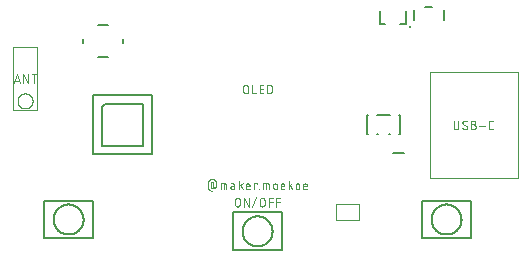
<source format=gbr>
G04 EAGLE Gerber RS-274X export*
G75*
%MOMM*%
%FSLAX34Y34*%
%LPD*%
%INSilkscreen Top*%
%IPPOS*%
%AMOC8*
5,1,8,0,0,1.08239X$1,22.5*%
G01*
%ADD10C,0.076200*%
%ADD11C,0.100000*%
%ADD12C,0.127000*%
%ADD13C,0.203200*%
%ADD14C,0.152400*%
%ADD15C,0.050000*%
%ADD16C,0.254000*%


D10*
X-19079Y-67042D02*
X-19079Y-63768D01*
X-19077Y-63679D01*
X-19071Y-63590D01*
X-19061Y-63501D01*
X-19048Y-63413D01*
X-19031Y-63325D01*
X-19009Y-63238D01*
X-18984Y-63153D01*
X-18956Y-63068D01*
X-18923Y-62985D01*
X-18887Y-62903D01*
X-18848Y-62823D01*
X-18805Y-62745D01*
X-18759Y-62669D01*
X-18709Y-62594D01*
X-18656Y-62522D01*
X-18600Y-62453D01*
X-18541Y-62386D01*
X-18480Y-62321D01*
X-18415Y-62260D01*
X-18348Y-62201D01*
X-18279Y-62145D01*
X-18207Y-62092D01*
X-18132Y-62042D01*
X-18056Y-61996D01*
X-17978Y-61953D01*
X-17898Y-61914D01*
X-17816Y-61878D01*
X-17733Y-61845D01*
X-17648Y-61817D01*
X-17563Y-61792D01*
X-17476Y-61770D01*
X-17388Y-61753D01*
X-17300Y-61740D01*
X-17211Y-61730D01*
X-17122Y-61724D01*
X-17033Y-61722D01*
X-16944Y-61724D01*
X-16855Y-61730D01*
X-16766Y-61740D01*
X-16678Y-61753D01*
X-16590Y-61770D01*
X-16503Y-61792D01*
X-16418Y-61817D01*
X-16333Y-61845D01*
X-16250Y-61878D01*
X-16168Y-61914D01*
X-16088Y-61953D01*
X-16010Y-61996D01*
X-15934Y-62042D01*
X-15859Y-62092D01*
X-15787Y-62145D01*
X-15718Y-62201D01*
X-15651Y-62260D01*
X-15586Y-62321D01*
X-15525Y-62386D01*
X-15466Y-62453D01*
X-15410Y-62522D01*
X-15357Y-62594D01*
X-15307Y-62669D01*
X-15261Y-62745D01*
X-15218Y-62823D01*
X-15179Y-62903D01*
X-15143Y-62985D01*
X-15110Y-63068D01*
X-15082Y-63153D01*
X-15057Y-63238D01*
X-15035Y-63325D01*
X-15018Y-63413D01*
X-15005Y-63501D01*
X-14995Y-63590D01*
X-14989Y-63679D01*
X-14987Y-63768D01*
X-14987Y-67042D01*
X-14989Y-67131D01*
X-14995Y-67220D01*
X-15005Y-67309D01*
X-15018Y-67397D01*
X-15035Y-67485D01*
X-15057Y-67572D01*
X-15082Y-67657D01*
X-15110Y-67742D01*
X-15143Y-67825D01*
X-15179Y-67907D01*
X-15218Y-67987D01*
X-15261Y-68065D01*
X-15307Y-68141D01*
X-15357Y-68216D01*
X-15410Y-68288D01*
X-15466Y-68357D01*
X-15525Y-68424D01*
X-15586Y-68489D01*
X-15651Y-68550D01*
X-15718Y-68609D01*
X-15787Y-68665D01*
X-15859Y-68718D01*
X-15934Y-68768D01*
X-16010Y-68814D01*
X-16088Y-68857D01*
X-16168Y-68896D01*
X-16250Y-68932D01*
X-16333Y-68965D01*
X-16418Y-68993D01*
X-16503Y-69018D01*
X-16590Y-69040D01*
X-16678Y-69057D01*
X-16766Y-69070D01*
X-16855Y-69080D01*
X-16944Y-69086D01*
X-17033Y-69088D01*
X-17122Y-69086D01*
X-17211Y-69080D01*
X-17300Y-69070D01*
X-17388Y-69057D01*
X-17476Y-69040D01*
X-17563Y-69018D01*
X-17648Y-68993D01*
X-17733Y-68965D01*
X-17816Y-68932D01*
X-17898Y-68896D01*
X-17978Y-68857D01*
X-18056Y-68814D01*
X-18132Y-68768D01*
X-18207Y-68718D01*
X-18279Y-68665D01*
X-18348Y-68609D01*
X-18415Y-68550D01*
X-18480Y-68489D01*
X-18541Y-68424D01*
X-18600Y-68357D01*
X-18656Y-68288D01*
X-18709Y-68216D01*
X-18759Y-68141D01*
X-18805Y-68065D01*
X-18848Y-67987D01*
X-18887Y-67907D01*
X-18923Y-67825D01*
X-18956Y-67742D01*
X-18984Y-67657D01*
X-19009Y-67572D01*
X-19031Y-67485D01*
X-19048Y-67397D01*
X-19061Y-67309D01*
X-19071Y-67220D01*
X-19077Y-67131D01*
X-19079Y-67042D01*
X-11520Y-69088D02*
X-11520Y-61722D01*
X-7428Y-69088D01*
X-7428Y-61722D01*
X-1010Y-60904D02*
X-4284Y-69906D01*
X1891Y-67042D02*
X1891Y-63768D01*
X1893Y-63679D01*
X1899Y-63590D01*
X1909Y-63501D01*
X1922Y-63413D01*
X1939Y-63325D01*
X1961Y-63238D01*
X1986Y-63153D01*
X2014Y-63068D01*
X2047Y-62985D01*
X2083Y-62903D01*
X2122Y-62823D01*
X2165Y-62745D01*
X2211Y-62669D01*
X2261Y-62594D01*
X2314Y-62522D01*
X2370Y-62453D01*
X2429Y-62386D01*
X2490Y-62321D01*
X2555Y-62260D01*
X2622Y-62201D01*
X2691Y-62145D01*
X2763Y-62092D01*
X2838Y-62042D01*
X2914Y-61996D01*
X2992Y-61953D01*
X3072Y-61914D01*
X3154Y-61878D01*
X3237Y-61845D01*
X3322Y-61817D01*
X3407Y-61792D01*
X3494Y-61770D01*
X3582Y-61753D01*
X3670Y-61740D01*
X3759Y-61730D01*
X3848Y-61724D01*
X3937Y-61722D01*
X4026Y-61724D01*
X4115Y-61730D01*
X4204Y-61740D01*
X4292Y-61753D01*
X4380Y-61770D01*
X4467Y-61792D01*
X4552Y-61817D01*
X4637Y-61845D01*
X4720Y-61878D01*
X4802Y-61914D01*
X4882Y-61953D01*
X4960Y-61996D01*
X5036Y-62042D01*
X5111Y-62092D01*
X5183Y-62145D01*
X5252Y-62201D01*
X5319Y-62260D01*
X5384Y-62321D01*
X5445Y-62386D01*
X5504Y-62453D01*
X5560Y-62522D01*
X5613Y-62594D01*
X5663Y-62669D01*
X5709Y-62745D01*
X5752Y-62823D01*
X5791Y-62903D01*
X5827Y-62985D01*
X5860Y-63068D01*
X5888Y-63153D01*
X5913Y-63238D01*
X5935Y-63325D01*
X5952Y-63413D01*
X5965Y-63501D01*
X5975Y-63590D01*
X5981Y-63679D01*
X5983Y-63768D01*
X5983Y-67042D01*
X5981Y-67131D01*
X5975Y-67220D01*
X5965Y-67309D01*
X5952Y-67397D01*
X5935Y-67485D01*
X5913Y-67572D01*
X5888Y-67657D01*
X5860Y-67742D01*
X5827Y-67825D01*
X5791Y-67907D01*
X5752Y-67987D01*
X5709Y-68065D01*
X5663Y-68141D01*
X5613Y-68216D01*
X5560Y-68288D01*
X5504Y-68357D01*
X5445Y-68424D01*
X5384Y-68489D01*
X5319Y-68550D01*
X5252Y-68609D01*
X5183Y-68665D01*
X5111Y-68718D01*
X5036Y-68768D01*
X4960Y-68814D01*
X4882Y-68857D01*
X4802Y-68896D01*
X4720Y-68932D01*
X4637Y-68965D01*
X4552Y-68993D01*
X4467Y-69018D01*
X4380Y-69040D01*
X4292Y-69057D01*
X4204Y-69070D01*
X4115Y-69080D01*
X4026Y-69086D01*
X3937Y-69088D01*
X3848Y-69086D01*
X3759Y-69080D01*
X3670Y-69070D01*
X3582Y-69057D01*
X3494Y-69040D01*
X3407Y-69018D01*
X3322Y-68993D01*
X3237Y-68965D01*
X3154Y-68932D01*
X3072Y-68896D01*
X2992Y-68857D01*
X2914Y-68814D01*
X2838Y-68768D01*
X2763Y-68718D01*
X2691Y-68665D01*
X2622Y-68609D01*
X2555Y-68550D01*
X2490Y-68489D01*
X2429Y-68424D01*
X2370Y-68357D01*
X2314Y-68288D01*
X2261Y-68216D01*
X2211Y-68141D01*
X2165Y-68065D01*
X2122Y-67987D01*
X2083Y-67907D01*
X2047Y-67825D01*
X2014Y-67742D01*
X1986Y-67657D01*
X1961Y-67572D01*
X1939Y-67485D01*
X1922Y-67397D01*
X1909Y-67309D01*
X1899Y-67220D01*
X1893Y-67131D01*
X1891Y-67042D01*
X9466Y-69088D02*
X9466Y-61722D01*
X12739Y-61722D01*
X12739Y-64996D02*
X9466Y-64996D01*
X15806Y-61722D02*
X15806Y-69088D01*
X15806Y-61722D02*
X19079Y-61722D01*
X19079Y-64996D02*
X15806Y-64996D01*
X-37334Y-48345D02*
X-38562Y-48345D01*
X-38562Y-48344D02*
X-38631Y-48346D01*
X-38699Y-48352D01*
X-38768Y-48361D01*
X-38835Y-48375D01*
X-38902Y-48392D01*
X-38968Y-48413D01*
X-39032Y-48437D01*
X-39095Y-48466D01*
X-39156Y-48497D01*
X-39215Y-48532D01*
X-39273Y-48570D01*
X-39328Y-48612D01*
X-39380Y-48656D01*
X-39430Y-48704D01*
X-39478Y-48754D01*
X-39522Y-48806D01*
X-39564Y-48861D01*
X-39602Y-48919D01*
X-39637Y-48978D01*
X-39668Y-49039D01*
X-39697Y-49102D01*
X-39721Y-49166D01*
X-39742Y-49232D01*
X-39759Y-49299D01*
X-39773Y-49366D01*
X-39782Y-49435D01*
X-39788Y-49503D01*
X-39790Y-49572D01*
X-39789Y-49572D02*
X-39789Y-52028D01*
X-39790Y-52028D02*
X-39788Y-52097D01*
X-39782Y-52165D01*
X-39773Y-52234D01*
X-39759Y-52301D01*
X-39742Y-52368D01*
X-39721Y-52434D01*
X-39697Y-52498D01*
X-39668Y-52561D01*
X-39637Y-52622D01*
X-39602Y-52681D01*
X-39564Y-52739D01*
X-39522Y-52794D01*
X-39478Y-52846D01*
X-39430Y-52896D01*
X-39380Y-52944D01*
X-39328Y-52988D01*
X-39273Y-53030D01*
X-39215Y-53068D01*
X-39156Y-53103D01*
X-39095Y-53134D01*
X-39032Y-53163D01*
X-38968Y-53187D01*
X-38902Y-53208D01*
X-38835Y-53225D01*
X-38768Y-53239D01*
X-38699Y-53248D01*
X-38631Y-53254D01*
X-38562Y-53256D01*
X-38493Y-53254D01*
X-38425Y-53248D01*
X-38356Y-53239D01*
X-38289Y-53225D01*
X-38222Y-53208D01*
X-38156Y-53187D01*
X-38092Y-53163D01*
X-38029Y-53134D01*
X-37968Y-53103D01*
X-37909Y-53068D01*
X-37851Y-53030D01*
X-37796Y-52988D01*
X-37744Y-52944D01*
X-37694Y-52896D01*
X-37646Y-52846D01*
X-37602Y-52794D01*
X-37560Y-52739D01*
X-37522Y-52681D01*
X-37487Y-52622D01*
X-37456Y-52561D01*
X-37427Y-52498D01*
X-37403Y-52434D01*
X-37382Y-52368D01*
X-37365Y-52301D01*
X-37351Y-52234D01*
X-37342Y-52165D01*
X-37336Y-52097D01*
X-37334Y-52028D01*
X-37334Y-52232D02*
X-37334Y-48345D01*
X-37334Y-52232D02*
X-37332Y-52295D01*
X-37326Y-52358D01*
X-37317Y-52420D01*
X-37303Y-52482D01*
X-37286Y-52542D01*
X-37265Y-52602D01*
X-37240Y-52660D01*
X-37212Y-52716D01*
X-37181Y-52771D01*
X-37146Y-52823D01*
X-37108Y-52873D01*
X-37067Y-52921D01*
X-37023Y-52966D01*
X-36977Y-53009D01*
X-36927Y-53048D01*
X-36876Y-53085D01*
X-36823Y-53118D01*
X-36767Y-53148D01*
X-36710Y-53174D01*
X-36651Y-53197D01*
X-36591Y-53216D01*
X-36530Y-53231D01*
X-36468Y-53243D01*
X-36405Y-53251D01*
X-36343Y-53255D01*
X-36279Y-53255D01*
X-36217Y-53251D01*
X-36154Y-53243D01*
X-36092Y-53231D01*
X-36031Y-53216D01*
X-35971Y-53197D01*
X-35912Y-53174D01*
X-35855Y-53148D01*
X-35800Y-53118D01*
X-35746Y-53085D01*
X-35695Y-53048D01*
X-35645Y-53009D01*
X-35599Y-52966D01*
X-35555Y-52921D01*
X-35514Y-52873D01*
X-35476Y-52823D01*
X-35441Y-52771D01*
X-35410Y-52716D01*
X-35382Y-52660D01*
X-35357Y-52602D01*
X-35336Y-52542D01*
X-35319Y-52482D01*
X-35305Y-52420D01*
X-35296Y-52358D01*
X-35290Y-52295D01*
X-35288Y-52232D01*
X-35288Y-49163D01*
X-35290Y-49050D01*
X-35296Y-48937D01*
X-35306Y-48825D01*
X-35319Y-48712D01*
X-35337Y-48601D01*
X-35358Y-48490D01*
X-35383Y-48379D01*
X-35412Y-48270D01*
X-35445Y-48162D01*
X-35481Y-48055D01*
X-35521Y-47949D01*
X-35565Y-47845D01*
X-35612Y-47742D01*
X-35663Y-47641D01*
X-35717Y-47542D01*
X-35775Y-47445D01*
X-35836Y-47350D01*
X-35900Y-47257D01*
X-35967Y-47166D01*
X-36038Y-47078D01*
X-36111Y-46992D01*
X-36188Y-46909D01*
X-36267Y-46828D01*
X-36349Y-46750D01*
X-36434Y-46675D01*
X-36521Y-46603D01*
X-36610Y-46534D01*
X-36702Y-46469D01*
X-36796Y-46406D01*
X-36892Y-46347D01*
X-36991Y-46291D01*
X-37091Y-46238D01*
X-37193Y-46189D01*
X-37296Y-46144D01*
X-37401Y-46102D01*
X-37507Y-46064D01*
X-37615Y-46029D01*
X-37724Y-45998D01*
X-37833Y-45971D01*
X-37944Y-45948D01*
X-38055Y-45928D01*
X-38167Y-45913D01*
X-38280Y-45901D01*
X-38393Y-45893D01*
X-38505Y-45889D01*
X-38619Y-45889D01*
X-38731Y-45893D01*
X-38844Y-45901D01*
X-38957Y-45913D01*
X-39069Y-45928D01*
X-39180Y-45948D01*
X-39291Y-45971D01*
X-39400Y-45998D01*
X-39509Y-46029D01*
X-39617Y-46064D01*
X-39723Y-46102D01*
X-39828Y-46144D01*
X-39931Y-46189D01*
X-40033Y-46238D01*
X-40133Y-46291D01*
X-40232Y-46347D01*
X-40328Y-46406D01*
X-40422Y-46469D01*
X-40514Y-46534D01*
X-40603Y-46603D01*
X-40690Y-46675D01*
X-40775Y-46750D01*
X-40857Y-46828D01*
X-40936Y-46909D01*
X-41013Y-46992D01*
X-41086Y-47078D01*
X-41157Y-47166D01*
X-41224Y-47257D01*
X-41288Y-47350D01*
X-41349Y-47445D01*
X-41407Y-47542D01*
X-41461Y-47641D01*
X-41512Y-47742D01*
X-41559Y-47845D01*
X-41603Y-47949D01*
X-41643Y-48055D01*
X-41679Y-48162D01*
X-41712Y-48270D01*
X-41741Y-48379D01*
X-41766Y-48490D01*
X-41787Y-48601D01*
X-41805Y-48712D01*
X-41818Y-48825D01*
X-41828Y-48937D01*
X-41834Y-49050D01*
X-41836Y-49163D01*
X-41835Y-49163D02*
X-41835Y-52642D01*
X-41833Y-52752D01*
X-41827Y-52862D01*
X-41817Y-52971D01*
X-41804Y-53080D01*
X-41786Y-53189D01*
X-41764Y-53297D01*
X-41739Y-53404D01*
X-41710Y-53510D01*
X-41677Y-53615D01*
X-41640Y-53719D01*
X-41600Y-53821D01*
X-41556Y-53922D01*
X-41509Y-54021D01*
X-41458Y-54118D01*
X-41403Y-54214D01*
X-41345Y-54307D01*
X-41284Y-54399D01*
X-41220Y-54488D01*
X-41152Y-54575D01*
X-41081Y-54659D01*
X-41008Y-54741D01*
X-40931Y-54820D01*
X-40852Y-54896D01*
X-40770Y-54970D01*
X-40686Y-55040D01*
X-40599Y-55107D01*
X-40509Y-55171D01*
X-40418Y-55232D01*
X-40324Y-55290D01*
X-40228Y-55344D01*
X-40131Y-55395D01*
X-40032Y-55442D01*
X-39931Y-55486D01*
X-39828Y-55526D01*
X-39724Y-55563D01*
X-39619Y-55595D01*
X-39513Y-55624D01*
X-39406Y-55649D01*
X-39298Y-55670D01*
X-39190Y-55688D01*
X-39080Y-55701D01*
X-38971Y-55711D01*
X-31263Y-54483D02*
X-31263Y-49572D01*
X-27580Y-49572D01*
X-27511Y-49574D01*
X-27443Y-49580D01*
X-27374Y-49589D01*
X-27307Y-49603D01*
X-27240Y-49620D01*
X-27174Y-49641D01*
X-27110Y-49665D01*
X-27047Y-49694D01*
X-26986Y-49725D01*
X-26927Y-49760D01*
X-26869Y-49798D01*
X-26814Y-49840D01*
X-26762Y-49884D01*
X-26712Y-49932D01*
X-26664Y-49982D01*
X-26620Y-50034D01*
X-26578Y-50089D01*
X-26540Y-50147D01*
X-26505Y-50206D01*
X-26474Y-50267D01*
X-26445Y-50330D01*
X-26421Y-50394D01*
X-26400Y-50460D01*
X-26383Y-50527D01*
X-26369Y-50594D01*
X-26360Y-50663D01*
X-26354Y-50731D01*
X-26352Y-50800D01*
X-26353Y-50800D02*
X-26353Y-54483D01*
X-28808Y-54483D02*
X-28808Y-49572D01*
X-21495Y-51618D02*
X-19653Y-51618D01*
X-21495Y-51619D02*
X-21570Y-51621D01*
X-21645Y-51627D01*
X-21719Y-51637D01*
X-21793Y-51650D01*
X-21866Y-51668D01*
X-21938Y-51689D01*
X-22008Y-51714D01*
X-22077Y-51743D01*
X-22145Y-51775D01*
X-22211Y-51811D01*
X-22275Y-51850D01*
X-22337Y-51892D01*
X-22396Y-51938D01*
X-22453Y-51987D01*
X-22508Y-52038D01*
X-22559Y-52093D01*
X-22608Y-52150D01*
X-22654Y-52209D01*
X-22696Y-52271D01*
X-22735Y-52335D01*
X-22771Y-52401D01*
X-22803Y-52469D01*
X-22832Y-52538D01*
X-22857Y-52608D01*
X-22878Y-52680D01*
X-22896Y-52753D01*
X-22909Y-52827D01*
X-22919Y-52901D01*
X-22925Y-52976D01*
X-22927Y-53051D01*
X-22925Y-53126D01*
X-22919Y-53201D01*
X-22909Y-53275D01*
X-22896Y-53349D01*
X-22878Y-53422D01*
X-22857Y-53494D01*
X-22832Y-53564D01*
X-22803Y-53633D01*
X-22771Y-53701D01*
X-22735Y-53767D01*
X-22696Y-53831D01*
X-22654Y-53893D01*
X-22608Y-53952D01*
X-22559Y-54009D01*
X-22508Y-54064D01*
X-22453Y-54115D01*
X-22396Y-54164D01*
X-22337Y-54210D01*
X-22275Y-54252D01*
X-22211Y-54291D01*
X-22145Y-54327D01*
X-22077Y-54359D01*
X-22008Y-54388D01*
X-21938Y-54413D01*
X-21866Y-54434D01*
X-21793Y-54452D01*
X-21719Y-54465D01*
X-21645Y-54475D01*
X-21570Y-54481D01*
X-21495Y-54483D01*
X-19653Y-54483D01*
X-19653Y-50800D01*
X-19655Y-50731D01*
X-19661Y-50663D01*
X-19670Y-50594D01*
X-19684Y-50527D01*
X-19701Y-50460D01*
X-19722Y-50394D01*
X-19746Y-50330D01*
X-19775Y-50267D01*
X-19806Y-50206D01*
X-19841Y-50147D01*
X-19879Y-50089D01*
X-19921Y-50034D01*
X-19965Y-49982D01*
X-20013Y-49932D01*
X-20063Y-49884D01*
X-20115Y-49840D01*
X-20170Y-49798D01*
X-20228Y-49760D01*
X-20287Y-49725D01*
X-20348Y-49694D01*
X-20411Y-49665D01*
X-20475Y-49641D01*
X-20541Y-49620D01*
X-20608Y-49603D01*
X-20675Y-49589D01*
X-20744Y-49580D01*
X-20812Y-49574D01*
X-20881Y-49572D01*
X-22518Y-49572D01*
X-15964Y-47117D02*
X-15964Y-54483D01*
X-15964Y-52028D02*
X-12690Y-49572D01*
X-14532Y-51005D02*
X-12690Y-54483D01*
X-8735Y-54483D02*
X-6689Y-54483D01*
X-8735Y-54483D02*
X-8804Y-54481D01*
X-8872Y-54475D01*
X-8941Y-54466D01*
X-9008Y-54452D01*
X-9075Y-54435D01*
X-9141Y-54414D01*
X-9205Y-54390D01*
X-9268Y-54361D01*
X-9329Y-54330D01*
X-9388Y-54295D01*
X-9446Y-54257D01*
X-9501Y-54215D01*
X-9553Y-54171D01*
X-9603Y-54123D01*
X-9651Y-54073D01*
X-9695Y-54021D01*
X-9737Y-53966D01*
X-9775Y-53908D01*
X-9810Y-53849D01*
X-9841Y-53788D01*
X-9870Y-53725D01*
X-9894Y-53661D01*
X-9915Y-53595D01*
X-9932Y-53528D01*
X-9946Y-53461D01*
X-9955Y-53392D01*
X-9961Y-53324D01*
X-9963Y-53255D01*
X-9962Y-53255D02*
X-9962Y-51209D01*
X-9960Y-51130D01*
X-9954Y-51051D01*
X-9945Y-50972D01*
X-9932Y-50894D01*
X-9914Y-50817D01*
X-9894Y-50741D01*
X-9869Y-50666D01*
X-9841Y-50592D01*
X-9810Y-50519D01*
X-9774Y-50448D01*
X-9736Y-50379D01*
X-9694Y-50312D01*
X-9649Y-50247D01*
X-9601Y-50184D01*
X-9550Y-50123D01*
X-9496Y-50066D01*
X-9440Y-50010D01*
X-9381Y-49958D01*
X-9319Y-49908D01*
X-9255Y-49862D01*
X-9189Y-49818D01*
X-9121Y-49778D01*
X-9051Y-49742D01*
X-8979Y-49708D01*
X-8905Y-49678D01*
X-8831Y-49652D01*
X-8755Y-49629D01*
X-8678Y-49611D01*
X-8601Y-49595D01*
X-8522Y-49584D01*
X-8444Y-49576D01*
X-8365Y-49572D01*
X-8285Y-49572D01*
X-8206Y-49576D01*
X-8128Y-49584D01*
X-8049Y-49595D01*
X-7972Y-49611D01*
X-7895Y-49629D01*
X-7819Y-49652D01*
X-7745Y-49678D01*
X-7671Y-49708D01*
X-7599Y-49742D01*
X-7529Y-49778D01*
X-7461Y-49818D01*
X-7395Y-49862D01*
X-7331Y-49908D01*
X-7269Y-49958D01*
X-7210Y-50010D01*
X-7154Y-50066D01*
X-7100Y-50123D01*
X-7049Y-50184D01*
X-7001Y-50247D01*
X-6956Y-50312D01*
X-6914Y-50379D01*
X-6876Y-50448D01*
X-6840Y-50519D01*
X-6809Y-50592D01*
X-6781Y-50666D01*
X-6756Y-50741D01*
X-6736Y-50817D01*
X-6718Y-50894D01*
X-6705Y-50972D01*
X-6696Y-51051D01*
X-6690Y-51130D01*
X-6688Y-51209D01*
X-6689Y-51209D02*
X-6689Y-52028D01*
X-9962Y-52028D01*
X-3333Y-54483D02*
X-3333Y-49572D01*
X-877Y-49572D01*
X-877Y-50391D01*
X1223Y-54074D02*
X1223Y-54483D01*
X1223Y-54074D02*
X1633Y-54074D01*
X1633Y-54483D01*
X1223Y-54483D01*
X4825Y-54483D02*
X4825Y-49572D01*
X8508Y-49572D01*
X8577Y-49574D01*
X8645Y-49580D01*
X8714Y-49589D01*
X8781Y-49603D01*
X8848Y-49620D01*
X8914Y-49641D01*
X8978Y-49665D01*
X9041Y-49694D01*
X9102Y-49725D01*
X9161Y-49760D01*
X9219Y-49798D01*
X9274Y-49840D01*
X9326Y-49884D01*
X9376Y-49932D01*
X9424Y-49982D01*
X9468Y-50034D01*
X9510Y-50089D01*
X9548Y-50147D01*
X9583Y-50206D01*
X9614Y-50267D01*
X9643Y-50330D01*
X9667Y-50394D01*
X9688Y-50460D01*
X9705Y-50527D01*
X9719Y-50594D01*
X9728Y-50663D01*
X9734Y-50731D01*
X9736Y-50800D01*
X9736Y-54483D01*
X7280Y-54483D02*
X7280Y-49572D01*
X13202Y-51209D02*
X13202Y-52846D01*
X13202Y-51209D02*
X13204Y-51130D01*
X13210Y-51051D01*
X13219Y-50972D01*
X13232Y-50894D01*
X13250Y-50817D01*
X13270Y-50741D01*
X13295Y-50666D01*
X13323Y-50592D01*
X13354Y-50519D01*
X13390Y-50448D01*
X13428Y-50379D01*
X13470Y-50312D01*
X13515Y-50247D01*
X13563Y-50184D01*
X13614Y-50123D01*
X13668Y-50066D01*
X13724Y-50010D01*
X13783Y-49958D01*
X13845Y-49908D01*
X13909Y-49862D01*
X13975Y-49818D01*
X14043Y-49778D01*
X14113Y-49742D01*
X14185Y-49708D01*
X14259Y-49678D01*
X14333Y-49652D01*
X14409Y-49629D01*
X14486Y-49611D01*
X14563Y-49595D01*
X14642Y-49584D01*
X14720Y-49576D01*
X14799Y-49572D01*
X14879Y-49572D01*
X14958Y-49576D01*
X15036Y-49584D01*
X15115Y-49595D01*
X15192Y-49611D01*
X15269Y-49629D01*
X15345Y-49652D01*
X15419Y-49678D01*
X15493Y-49708D01*
X15565Y-49742D01*
X15635Y-49778D01*
X15703Y-49818D01*
X15769Y-49862D01*
X15833Y-49908D01*
X15895Y-49958D01*
X15954Y-50010D01*
X16010Y-50066D01*
X16064Y-50123D01*
X16115Y-50184D01*
X16163Y-50247D01*
X16208Y-50312D01*
X16250Y-50379D01*
X16288Y-50448D01*
X16324Y-50519D01*
X16355Y-50592D01*
X16383Y-50666D01*
X16408Y-50741D01*
X16428Y-50817D01*
X16446Y-50894D01*
X16459Y-50972D01*
X16468Y-51051D01*
X16474Y-51130D01*
X16476Y-51209D01*
X16476Y-52846D01*
X16474Y-52925D01*
X16468Y-53004D01*
X16459Y-53083D01*
X16446Y-53161D01*
X16428Y-53238D01*
X16408Y-53314D01*
X16383Y-53389D01*
X16355Y-53463D01*
X16324Y-53536D01*
X16288Y-53607D01*
X16250Y-53676D01*
X16208Y-53743D01*
X16163Y-53808D01*
X16115Y-53871D01*
X16064Y-53932D01*
X16010Y-53989D01*
X15954Y-54045D01*
X15895Y-54097D01*
X15833Y-54147D01*
X15769Y-54193D01*
X15703Y-54237D01*
X15635Y-54277D01*
X15565Y-54313D01*
X15493Y-54347D01*
X15419Y-54377D01*
X15345Y-54403D01*
X15269Y-54426D01*
X15192Y-54444D01*
X15115Y-54460D01*
X15036Y-54471D01*
X14958Y-54479D01*
X14879Y-54483D01*
X14799Y-54483D01*
X14720Y-54479D01*
X14642Y-54471D01*
X14563Y-54460D01*
X14486Y-54444D01*
X14409Y-54426D01*
X14333Y-54403D01*
X14259Y-54377D01*
X14185Y-54347D01*
X14113Y-54313D01*
X14043Y-54277D01*
X13975Y-54237D01*
X13909Y-54193D01*
X13845Y-54147D01*
X13783Y-54097D01*
X13724Y-54045D01*
X13668Y-53989D01*
X13614Y-53932D01*
X13563Y-53871D01*
X13515Y-53808D01*
X13470Y-53743D01*
X13428Y-53676D01*
X13390Y-53607D01*
X13354Y-53536D01*
X13323Y-53463D01*
X13295Y-53389D01*
X13270Y-53314D01*
X13250Y-53238D01*
X13232Y-53161D01*
X13219Y-53083D01*
X13210Y-53004D01*
X13204Y-52925D01*
X13202Y-52846D01*
X20770Y-54483D02*
X22816Y-54483D01*
X20770Y-54483D02*
X20701Y-54481D01*
X20633Y-54475D01*
X20564Y-54466D01*
X20497Y-54452D01*
X20430Y-54435D01*
X20364Y-54414D01*
X20300Y-54390D01*
X20237Y-54361D01*
X20176Y-54330D01*
X20117Y-54295D01*
X20059Y-54257D01*
X20004Y-54215D01*
X19952Y-54171D01*
X19902Y-54123D01*
X19854Y-54073D01*
X19810Y-54021D01*
X19769Y-53966D01*
X19730Y-53908D01*
X19695Y-53849D01*
X19664Y-53788D01*
X19635Y-53725D01*
X19611Y-53661D01*
X19590Y-53595D01*
X19573Y-53528D01*
X19559Y-53461D01*
X19550Y-53393D01*
X19544Y-53324D01*
X19542Y-53255D01*
X19542Y-51209D01*
X19544Y-51130D01*
X19550Y-51051D01*
X19559Y-50972D01*
X19572Y-50894D01*
X19590Y-50817D01*
X19610Y-50741D01*
X19635Y-50666D01*
X19663Y-50592D01*
X19694Y-50519D01*
X19730Y-50448D01*
X19768Y-50379D01*
X19810Y-50312D01*
X19855Y-50247D01*
X19903Y-50184D01*
X19954Y-50123D01*
X20008Y-50066D01*
X20064Y-50010D01*
X20123Y-49958D01*
X20185Y-49908D01*
X20249Y-49862D01*
X20315Y-49818D01*
X20383Y-49778D01*
X20453Y-49742D01*
X20525Y-49708D01*
X20599Y-49678D01*
X20673Y-49652D01*
X20749Y-49629D01*
X20826Y-49611D01*
X20903Y-49595D01*
X20982Y-49584D01*
X21060Y-49576D01*
X21139Y-49572D01*
X21219Y-49572D01*
X21298Y-49576D01*
X21376Y-49584D01*
X21455Y-49595D01*
X21532Y-49611D01*
X21609Y-49629D01*
X21685Y-49652D01*
X21759Y-49678D01*
X21833Y-49708D01*
X21905Y-49742D01*
X21975Y-49778D01*
X22043Y-49818D01*
X22109Y-49862D01*
X22173Y-49908D01*
X22235Y-49958D01*
X22294Y-50010D01*
X22350Y-50066D01*
X22404Y-50123D01*
X22455Y-50184D01*
X22503Y-50247D01*
X22548Y-50312D01*
X22590Y-50379D01*
X22628Y-50448D01*
X22664Y-50519D01*
X22695Y-50592D01*
X22723Y-50666D01*
X22748Y-50741D01*
X22768Y-50817D01*
X22786Y-50894D01*
X22799Y-50972D01*
X22808Y-51051D01*
X22814Y-51130D01*
X22816Y-51209D01*
X22816Y-52028D01*
X19542Y-52028D01*
X26220Y-54483D02*
X26220Y-47117D01*
X29494Y-49572D02*
X26220Y-52028D01*
X27652Y-51005D02*
X29494Y-54483D01*
X32222Y-52846D02*
X32222Y-51209D01*
X32224Y-51130D01*
X32230Y-51051D01*
X32239Y-50972D01*
X32252Y-50894D01*
X32270Y-50817D01*
X32290Y-50741D01*
X32315Y-50666D01*
X32343Y-50592D01*
X32374Y-50519D01*
X32410Y-50448D01*
X32448Y-50379D01*
X32490Y-50312D01*
X32535Y-50247D01*
X32583Y-50184D01*
X32634Y-50123D01*
X32688Y-50066D01*
X32744Y-50010D01*
X32803Y-49958D01*
X32865Y-49908D01*
X32929Y-49862D01*
X32995Y-49818D01*
X33063Y-49778D01*
X33133Y-49742D01*
X33205Y-49708D01*
X33279Y-49678D01*
X33353Y-49652D01*
X33429Y-49629D01*
X33506Y-49611D01*
X33583Y-49595D01*
X33662Y-49584D01*
X33740Y-49576D01*
X33819Y-49572D01*
X33899Y-49572D01*
X33978Y-49576D01*
X34056Y-49584D01*
X34135Y-49595D01*
X34212Y-49611D01*
X34289Y-49629D01*
X34365Y-49652D01*
X34439Y-49678D01*
X34513Y-49708D01*
X34585Y-49742D01*
X34655Y-49778D01*
X34723Y-49818D01*
X34789Y-49862D01*
X34853Y-49908D01*
X34915Y-49958D01*
X34974Y-50010D01*
X35030Y-50066D01*
X35084Y-50123D01*
X35135Y-50184D01*
X35183Y-50247D01*
X35228Y-50312D01*
X35270Y-50379D01*
X35308Y-50448D01*
X35344Y-50519D01*
X35375Y-50592D01*
X35403Y-50666D01*
X35428Y-50741D01*
X35448Y-50817D01*
X35466Y-50894D01*
X35479Y-50972D01*
X35488Y-51051D01*
X35494Y-51130D01*
X35496Y-51209D01*
X35496Y-52846D01*
X35494Y-52925D01*
X35488Y-53004D01*
X35479Y-53083D01*
X35466Y-53161D01*
X35448Y-53238D01*
X35428Y-53314D01*
X35403Y-53389D01*
X35375Y-53463D01*
X35344Y-53536D01*
X35308Y-53607D01*
X35270Y-53676D01*
X35228Y-53743D01*
X35183Y-53808D01*
X35135Y-53871D01*
X35084Y-53932D01*
X35030Y-53989D01*
X34974Y-54045D01*
X34915Y-54097D01*
X34853Y-54147D01*
X34789Y-54193D01*
X34723Y-54237D01*
X34655Y-54277D01*
X34585Y-54313D01*
X34513Y-54347D01*
X34439Y-54377D01*
X34365Y-54403D01*
X34289Y-54426D01*
X34212Y-54444D01*
X34135Y-54460D01*
X34056Y-54471D01*
X33978Y-54479D01*
X33899Y-54483D01*
X33819Y-54483D01*
X33740Y-54479D01*
X33662Y-54471D01*
X33583Y-54460D01*
X33506Y-54444D01*
X33429Y-54426D01*
X33353Y-54403D01*
X33279Y-54377D01*
X33205Y-54347D01*
X33133Y-54313D01*
X33063Y-54277D01*
X32995Y-54237D01*
X32929Y-54193D01*
X32865Y-54147D01*
X32803Y-54097D01*
X32744Y-54045D01*
X32688Y-53989D01*
X32634Y-53932D01*
X32583Y-53871D01*
X32535Y-53808D01*
X32490Y-53743D01*
X32448Y-53676D01*
X32410Y-53607D01*
X32374Y-53536D01*
X32343Y-53463D01*
X32315Y-53389D01*
X32290Y-53314D01*
X32270Y-53238D01*
X32252Y-53161D01*
X32239Y-53083D01*
X32230Y-53004D01*
X32224Y-52925D01*
X32222Y-52846D01*
X39789Y-54483D02*
X41835Y-54483D01*
X39789Y-54483D02*
X39720Y-54481D01*
X39652Y-54475D01*
X39583Y-54466D01*
X39516Y-54452D01*
X39449Y-54435D01*
X39383Y-54414D01*
X39319Y-54390D01*
X39256Y-54361D01*
X39195Y-54330D01*
X39136Y-54295D01*
X39078Y-54257D01*
X39023Y-54215D01*
X38971Y-54171D01*
X38921Y-54123D01*
X38873Y-54073D01*
X38829Y-54021D01*
X38788Y-53966D01*
X38749Y-53908D01*
X38714Y-53849D01*
X38683Y-53788D01*
X38654Y-53725D01*
X38630Y-53661D01*
X38609Y-53595D01*
X38592Y-53528D01*
X38578Y-53461D01*
X38569Y-53393D01*
X38563Y-53324D01*
X38561Y-53255D01*
X38562Y-53255D02*
X38562Y-51209D01*
X38561Y-51209D02*
X38563Y-51130D01*
X38569Y-51051D01*
X38578Y-50972D01*
X38591Y-50894D01*
X38609Y-50817D01*
X38629Y-50741D01*
X38654Y-50666D01*
X38682Y-50592D01*
X38713Y-50519D01*
X38749Y-50448D01*
X38787Y-50379D01*
X38829Y-50312D01*
X38874Y-50247D01*
X38922Y-50184D01*
X38973Y-50123D01*
X39027Y-50066D01*
X39083Y-50010D01*
X39142Y-49958D01*
X39204Y-49908D01*
X39268Y-49862D01*
X39334Y-49818D01*
X39402Y-49778D01*
X39472Y-49742D01*
X39544Y-49708D01*
X39618Y-49678D01*
X39692Y-49652D01*
X39768Y-49629D01*
X39845Y-49611D01*
X39922Y-49595D01*
X40001Y-49584D01*
X40079Y-49576D01*
X40158Y-49572D01*
X40238Y-49572D01*
X40317Y-49576D01*
X40395Y-49584D01*
X40474Y-49595D01*
X40551Y-49611D01*
X40628Y-49629D01*
X40704Y-49652D01*
X40778Y-49678D01*
X40852Y-49708D01*
X40924Y-49742D01*
X40994Y-49778D01*
X41062Y-49818D01*
X41128Y-49862D01*
X41192Y-49908D01*
X41254Y-49958D01*
X41313Y-50010D01*
X41369Y-50066D01*
X41423Y-50123D01*
X41474Y-50184D01*
X41522Y-50247D01*
X41567Y-50312D01*
X41609Y-50379D01*
X41647Y-50448D01*
X41683Y-50519D01*
X41714Y-50592D01*
X41742Y-50666D01*
X41767Y-50741D01*
X41787Y-50817D01*
X41805Y-50894D01*
X41818Y-50972D01*
X41827Y-51051D01*
X41833Y-51130D01*
X41835Y-51209D01*
X41835Y-52028D01*
X38562Y-52028D01*
D11*
X-186850Y12370D02*
X-186850Y66370D01*
X-186850Y12370D02*
X-206850Y12370D01*
X-206850Y66370D01*
X-186850Y66370D01*
X-203200Y20320D02*
X-203198Y20479D01*
X-203192Y20638D01*
X-203182Y20796D01*
X-203168Y20955D01*
X-203150Y21113D01*
X-203129Y21270D01*
X-203103Y21427D01*
X-203073Y21583D01*
X-203040Y21739D01*
X-203002Y21893D01*
X-202961Y22047D01*
X-202916Y22199D01*
X-202867Y22350D01*
X-202814Y22500D01*
X-202758Y22649D01*
X-202697Y22796D01*
X-202634Y22941D01*
X-202566Y23085D01*
X-202495Y23228D01*
X-202421Y23368D01*
X-202343Y23506D01*
X-202261Y23643D01*
X-202176Y23777D01*
X-202088Y23910D01*
X-201997Y24040D01*
X-201902Y24167D01*
X-201804Y24292D01*
X-201703Y24415D01*
X-201599Y24535D01*
X-201492Y24653D01*
X-201382Y24768D01*
X-201269Y24880D01*
X-201154Y24989D01*
X-201036Y25095D01*
X-200915Y25199D01*
X-200791Y25299D01*
X-200666Y25396D01*
X-200537Y25490D01*
X-200407Y25580D01*
X-200274Y25668D01*
X-200139Y25752D01*
X-200002Y25832D01*
X-199863Y25910D01*
X-199722Y25983D01*
X-199580Y26053D01*
X-199435Y26120D01*
X-199289Y26183D01*
X-199142Y26242D01*
X-198993Y26298D01*
X-198842Y26349D01*
X-198691Y26397D01*
X-198538Y26441D01*
X-198384Y26482D01*
X-198230Y26518D01*
X-198074Y26551D01*
X-197918Y26580D01*
X-197761Y26604D01*
X-197603Y26625D01*
X-197445Y26642D01*
X-197287Y26655D01*
X-197128Y26664D01*
X-196969Y26669D01*
X-196810Y26670D01*
X-196651Y26667D01*
X-196493Y26660D01*
X-196334Y26649D01*
X-196176Y26634D01*
X-196018Y26615D01*
X-195861Y26592D01*
X-195704Y26566D01*
X-195548Y26535D01*
X-195393Y26501D01*
X-195239Y26462D01*
X-195085Y26420D01*
X-194933Y26374D01*
X-194782Y26324D01*
X-194633Y26270D01*
X-194484Y26213D01*
X-194338Y26152D01*
X-194192Y26087D01*
X-194049Y26019D01*
X-193907Y25947D01*
X-193767Y25871D01*
X-193629Y25793D01*
X-193493Y25710D01*
X-193359Y25625D01*
X-193228Y25536D01*
X-193098Y25443D01*
X-192971Y25348D01*
X-192847Y25249D01*
X-192724Y25147D01*
X-192605Y25043D01*
X-192488Y24935D01*
X-192374Y24824D01*
X-192263Y24711D01*
X-192154Y24595D01*
X-192049Y24476D01*
X-191946Y24354D01*
X-191847Y24230D01*
X-191750Y24104D01*
X-191657Y23975D01*
X-191567Y23844D01*
X-191481Y23710D01*
X-191398Y23575D01*
X-191318Y23437D01*
X-191242Y23298D01*
X-191169Y23157D01*
X-191100Y23014D01*
X-191034Y22869D01*
X-190972Y22722D01*
X-190914Y22575D01*
X-190859Y22425D01*
X-190808Y22275D01*
X-190761Y22123D01*
X-190718Y21970D01*
X-190679Y21816D01*
X-190643Y21661D01*
X-190612Y21505D01*
X-190584Y21349D01*
X-190560Y21192D01*
X-190540Y21034D01*
X-190524Y20876D01*
X-190512Y20717D01*
X-190504Y20558D01*
X-190500Y20399D01*
X-190500Y20241D01*
X-190504Y20082D01*
X-190512Y19923D01*
X-190524Y19764D01*
X-190540Y19606D01*
X-190560Y19448D01*
X-190584Y19291D01*
X-190612Y19135D01*
X-190643Y18979D01*
X-190679Y18824D01*
X-190718Y18670D01*
X-190761Y18517D01*
X-190808Y18365D01*
X-190859Y18215D01*
X-190914Y18065D01*
X-190972Y17918D01*
X-191034Y17771D01*
X-191100Y17626D01*
X-191169Y17483D01*
X-191242Y17342D01*
X-191318Y17203D01*
X-191398Y17065D01*
X-191481Y16930D01*
X-191567Y16796D01*
X-191657Y16665D01*
X-191750Y16536D01*
X-191847Y16410D01*
X-191946Y16286D01*
X-192049Y16164D01*
X-192154Y16045D01*
X-192263Y15929D01*
X-192374Y15816D01*
X-192488Y15705D01*
X-192605Y15597D01*
X-192724Y15493D01*
X-192847Y15391D01*
X-192971Y15292D01*
X-193098Y15197D01*
X-193228Y15104D01*
X-193359Y15015D01*
X-193493Y14930D01*
X-193629Y14847D01*
X-193767Y14769D01*
X-193907Y14693D01*
X-194049Y14621D01*
X-194192Y14553D01*
X-194338Y14488D01*
X-194484Y14427D01*
X-194633Y14370D01*
X-194782Y14316D01*
X-194933Y14266D01*
X-195085Y14220D01*
X-195239Y14178D01*
X-195393Y14139D01*
X-195548Y14105D01*
X-195704Y14074D01*
X-195861Y14048D01*
X-196018Y14025D01*
X-196176Y14006D01*
X-196334Y13991D01*
X-196493Y13980D01*
X-196651Y13973D01*
X-196810Y13970D01*
X-196969Y13971D01*
X-197128Y13976D01*
X-197287Y13985D01*
X-197445Y13998D01*
X-197603Y14015D01*
X-197761Y14036D01*
X-197918Y14060D01*
X-198074Y14089D01*
X-198230Y14122D01*
X-198384Y14158D01*
X-198538Y14199D01*
X-198691Y14243D01*
X-198842Y14291D01*
X-198993Y14342D01*
X-199142Y14398D01*
X-199289Y14457D01*
X-199435Y14520D01*
X-199580Y14587D01*
X-199722Y14657D01*
X-199863Y14730D01*
X-200002Y14808D01*
X-200139Y14888D01*
X-200274Y14972D01*
X-200407Y15060D01*
X-200537Y15150D01*
X-200666Y15244D01*
X-200791Y15341D01*
X-200915Y15441D01*
X-201036Y15545D01*
X-201154Y15651D01*
X-201269Y15760D01*
X-201382Y15872D01*
X-201492Y15987D01*
X-201599Y16105D01*
X-201703Y16225D01*
X-201804Y16348D01*
X-201902Y16473D01*
X-201997Y16600D01*
X-202088Y16730D01*
X-202176Y16863D01*
X-202261Y16997D01*
X-202343Y17134D01*
X-202421Y17272D01*
X-202495Y17412D01*
X-202566Y17555D01*
X-202634Y17699D01*
X-202697Y17844D01*
X-202758Y17991D01*
X-202814Y18140D01*
X-202867Y18290D01*
X-202916Y18441D01*
X-202961Y18593D01*
X-203002Y18747D01*
X-203040Y18901D01*
X-203073Y19057D01*
X-203103Y19213D01*
X-203129Y19370D01*
X-203150Y19527D01*
X-203168Y19685D01*
X-203182Y19844D01*
X-203192Y20002D01*
X-203198Y20161D01*
X-203200Y20320D01*
D10*
X-206416Y35687D02*
X-203961Y43053D01*
X-201505Y35687D01*
X-202119Y37529D02*
X-205802Y37529D01*
X-198448Y35687D02*
X-198448Y43053D01*
X-194355Y35687D01*
X-194355Y43053D01*
X-189330Y43053D02*
X-189330Y35687D01*
X-191376Y43053D02*
X-187284Y43053D01*
D12*
X-21000Y-106000D02*
X21000Y-106000D01*
X21000Y-74000D01*
X-21000Y-74000D01*
X-21000Y-106000D01*
X-12700Y-90000D02*
X-12696Y-89688D01*
X-12685Y-89377D01*
X-12666Y-89066D01*
X-12639Y-88755D01*
X-12604Y-88445D01*
X-12563Y-88137D01*
X-12513Y-87829D01*
X-12456Y-87522D01*
X-12391Y-87217D01*
X-12319Y-86914D01*
X-12240Y-86613D01*
X-12153Y-86313D01*
X-12059Y-86016D01*
X-11958Y-85721D01*
X-11849Y-85429D01*
X-11733Y-85140D01*
X-11610Y-84853D01*
X-11481Y-84570D01*
X-11344Y-84290D01*
X-11200Y-84013D01*
X-11050Y-83740D01*
X-10893Y-83471D01*
X-10730Y-83206D01*
X-10560Y-82944D01*
X-10383Y-82687D01*
X-10201Y-82435D01*
X-10012Y-82187D01*
X-9817Y-81943D01*
X-9617Y-81705D01*
X-9410Y-81471D01*
X-9198Y-81243D01*
X-8980Y-81020D01*
X-8757Y-80802D01*
X-8529Y-80590D01*
X-8295Y-80383D01*
X-8057Y-80183D01*
X-7813Y-79988D01*
X-7565Y-79799D01*
X-7313Y-79617D01*
X-7056Y-79440D01*
X-6794Y-79270D01*
X-6529Y-79107D01*
X-6260Y-78950D01*
X-5987Y-78800D01*
X-5710Y-78656D01*
X-5430Y-78519D01*
X-5147Y-78390D01*
X-4860Y-78267D01*
X-4571Y-78151D01*
X-4279Y-78042D01*
X-3984Y-77941D01*
X-3687Y-77847D01*
X-3387Y-77760D01*
X-3086Y-77681D01*
X-2783Y-77609D01*
X-2478Y-77544D01*
X-2171Y-77487D01*
X-1863Y-77437D01*
X-1555Y-77396D01*
X-1245Y-77361D01*
X-934Y-77334D01*
X-623Y-77315D01*
X-312Y-77304D01*
X0Y-77300D01*
X312Y-77304D01*
X623Y-77315D01*
X934Y-77334D01*
X1245Y-77361D01*
X1555Y-77396D01*
X1863Y-77437D01*
X2171Y-77487D01*
X2478Y-77544D01*
X2783Y-77609D01*
X3086Y-77681D01*
X3387Y-77760D01*
X3687Y-77847D01*
X3984Y-77941D01*
X4279Y-78042D01*
X4571Y-78151D01*
X4860Y-78267D01*
X5147Y-78390D01*
X5430Y-78519D01*
X5710Y-78656D01*
X5987Y-78800D01*
X6260Y-78950D01*
X6529Y-79107D01*
X6794Y-79270D01*
X7056Y-79440D01*
X7313Y-79617D01*
X7565Y-79799D01*
X7813Y-79988D01*
X8057Y-80183D01*
X8295Y-80383D01*
X8529Y-80590D01*
X8757Y-80802D01*
X8980Y-81020D01*
X9198Y-81243D01*
X9410Y-81471D01*
X9617Y-81705D01*
X9817Y-81943D01*
X10012Y-82187D01*
X10201Y-82435D01*
X10383Y-82687D01*
X10560Y-82944D01*
X10730Y-83206D01*
X10893Y-83471D01*
X11050Y-83740D01*
X11200Y-84013D01*
X11344Y-84290D01*
X11481Y-84570D01*
X11610Y-84853D01*
X11733Y-85140D01*
X11849Y-85429D01*
X11958Y-85721D01*
X12059Y-86016D01*
X12153Y-86313D01*
X12240Y-86613D01*
X12319Y-86914D01*
X12391Y-87217D01*
X12456Y-87522D01*
X12513Y-87829D01*
X12563Y-88137D01*
X12604Y-88445D01*
X12639Y-88755D01*
X12666Y-89066D01*
X12685Y-89377D01*
X12696Y-89688D01*
X12700Y-90000D01*
X12696Y-90312D01*
X12685Y-90623D01*
X12666Y-90934D01*
X12639Y-91245D01*
X12604Y-91555D01*
X12563Y-91863D01*
X12513Y-92171D01*
X12456Y-92478D01*
X12391Y-92783D01*
X12319Y-93086D01*
X12240Y-93387D01*
X12153Y-93687D01*
X12059Y-93984D01*
X11958Y-94279D01*
X11849Y-94571D01*
X11733Y-94860D01*
X11610Y-95147D01*
X11481Y-95430D01*
X11344Y-95710D01*
X11200Y-95987D01*
X11050Y-96260D01*
X10893Y-96529D01*
X10730Y-96794D01*
X10560Y-97056D01*
X10383Y-97313D01*
X10201Y-97565D01*
X10012Y-97813D01*
X9817Y-98057D01*
X9617Y-98295D01*
X9410Y-98529D01*
X9198Y-98757D01*
X8980Y-98980D01*
X8757Y-99198D01*
X8529Y-99410D01*
X8295Y-99617D01*
X8057Y-99817D01*
X7813Y-100012D01*
X7565Y-100201D01*
X7313Y-100383D01*
X7056Y-100560D01*
X6794Y-100730D01*
X6529Y-100893D01*
X6260Y-101050D01*
X5987Y-101200D01*
X5710Y-101344D01*
X5430Y-101481D01*
X5147Y-101610D01*
X4860Y-101733D01*
X4571Y-101849D01*
X4279Y-101958D01*
X3984Y-102059D01*
X3687Y-102153D01*
X3387Y-102240D01*
X3086Y-102319D01*
X2783Y-102391D01*
X2478Y-102456D01*
X2171Y-102513D01*
X1863Y-102563D01*
X1555Y-102604D01*
X1245Y-102639D01*
X934Y-102666D01*
X623Y-102685D01*
X312Y-102696D01*
X0Y-102700D01*
X-312Y-102696D01*
X-623Y-102685D01*
X-934Y-102666D01*
X-1245Y-102639D01*
X-1555Y-102604D01*
X-1863Y-102563D01*
X-2171Y-102513D01*
X-2478Y-102456D01*
X-2783Y-102391D01*
X-3086Y-102319D01*
X-3387Y-102240D01*
X-3687Y-102153D01*
X-3984Y-102059D01*
X-4279Y-101958D01*
X-4571Y-101849D01*
X-4860Y-101733D01*
X-5147Y-101610D01*
X-5430Y-101481D01*
X-5710Y-101344D01*
X-5987Y-101200D01*
X-6260Y-101050D01*
X-6529Y-100893D01*
X-6794Y-100730D01*
X-7056Y-100560D01*
X-7313Y-100383D01*
X-7565Y-100201D01*
X-7813Y-100012D01*
X-8057Y-99817D01*
X-8295Y-99617D01*
X-8529Y-99410D01*
X-8757Y-99198D01*
X-8980Y-98980D01*
X-9198Y-98757D01*
X-9410Y-98529D01*
X-9617Y-98295D01*
X-9817Y-98057D01*
X-10012Y-97813D01*
X-10201Y-97565D01*
X-10383Y-97313D01*
X-10560Y-97056D01*
X-10730Y-96794D01*
X-10893Y-96529D01*
X-11050Y-96260D01*
X-11200Y-95987D01*
X-11344Y-95710D01*
X-11481Y-95430D01*
X-11610Y-95147D01*
X-11733Y-94860D01*
X-11849Y-94571D01*
X-11958Y-94279D01*
X-12059Y-93984D01*
X-12153Y-93687D01*
X-12240Y-93387D01*
X-12319Y-93086D01*
X-12391Y-92783D01*
X-12456Y-92478D01*
X-12513Y-92171D01*
X-12563Y-91863D01*
X-12604Y-91555D01*
X-12639Y-91245D01*
X-12666Y-90934D01*
X-12685Y-90623D01*
X-12696Y-90312D01*
X-12700Y-90000D01*
X-139000Y-64000D02*
X-181000Y-64000D01*
X-181000Y-96000D01*
X-139000Y-96000D01*
X-139000Y-64000D01*
X-172700Y-80000D02*
X-172696Y-79688D01*
X-172685Y-79377D01*
X-172666Y-79066D01*
X-172639Y-78755D01*
X-172604Y-78445D01*
X-172563Y-78137D01*
X-172513Y-77829D01*
X-172456Y-77522D01*
X-172391Y-77217D01*
X-172319Y-76914D01*
X-172240Y-76613D01*
X-172153Y-76313D01*
X-172059Y-76016D01*
X-171958Y-75721D01*
X-171849Y-75429D01*
X-171733Y-75140D01*
X-171610Y-74853D01*
X-171481Y-74570D01*
X-171344Y-74290D01*
X-171200Y-74013D01*
X-171050Y-73740D01*
X-170893Y-73471D01*
X-170730Y-73206D01*
X-170560Y-72944D01*
X-170383Y-72687D01*
X-170201Y-72435D01*
X-170012Y-72187D01*
X-169817Y-71943D01*
X-169617Y-71705D01*
X-169410Y-71471D01*
X-169198Y-71243D01*
X-168980Y-71020D01*
X-168757Y-70802D01*
X-168529Y-70590D01*
X-168295Y-70383D01*
X-168057Y-70183D01*
X-167813Y-69988D01*
X-167565Y-69799D01*
X-167313Y-69617D01*
X-167056Y-69440D01*
X-166794Y-69270D01*
X-166529Y-69107D01*
X-166260Y-68950D01*
X-165987Y-68800D01*
X-165710Y-68656D01*
X-165430Y-68519D01*
X-165147Y-68390D01*
X-164860Y-68267D01*
X-164571Y-68151D01*
X-164279Y-68042D01*
X-163984Y-67941D01*
X-163687Y-67847D01*
X-163387Y-67760D01*
X-163086Y-67681D01*
X-162783Y-67609D01*
X-162478Y-67544D01*
X-162171Y-67487D01*
X-161863Y-67437D01*
X-161555Y-67396D01*
X-161245Y-67361D01*
X-160934Y-67334D01*
X-160623Y-67315D01*
X-160312Y-67304D01*
X-160000Y-67300D01*
X-159688Y-67304D01*
X-159377Y-67315D01*
X-159066Y-67334D01*
X-158755Y-67361D01*
X-158445Y-67396D01*
X-158137Y-67437D01*
X-157829Y-67487D01*
X-157522Y-67544D01*
X-157217Y-67609D01*
X-156914Y-67681D01*
X-156613Y-67760D01*
X-156313Y-67847D01*
X-156016Y-67941D01*
X-155721Y-68042D01*
X-155429Y-68151D01*
X-155140Y-68267D01*
X-154853Y-68390D01*
X-154570Y-68519D01*
X-154290Y-68656D01*
X-154013Y-68800D01*
X-153740Y-68950D01*
X-153471Y-69107D01*
X-153206Y-69270D01*
X-152944Y-69440D01*
X-152687Y-69617D01*
X-152435Y-69799D01*
X-152187Y-69988D01*
X-151943Y-70183D01*
X-151705Y-70383D01*
X-151471Y-70590D01*
X-151243Y-70802D01*
X-151020Y-71020D01*
X-150802Y-71243D01*
X-150590Y-71471D01*
X-150383Y-71705D01*
X-150183Y-71943D01*
X-149988Y-72187D01*
X-149799Y-72435D01*
X-149617Y-72687D01*
X-149440Y-72944D01*
X-149270Y-73206D01*
X-149107Y-73471D01*
X-148950Y-73740D01*
X-148800Y-74013D01*
X-148656Y-74290D01*
X-148519Y-74570D01*
X-148390Y-74853D01*
X-148267Y-75140D01*
X-148151Y-75429D01*
X-148042Y-75721D01*
X-147941Y-76016D01*
X-147847Y-76313D01*
X-147760Y-76613D01*
X-147681Y-76914D01*
X-147609Y-77217D01*
X-147544Y-77522D01*
X-147487Y-77829D01*
X-147437Y-78137D01*
X-147396Y-78445D01*
X-147361Y-78755D01*
X-147334Y-79066D01*
X-147315Y-79377D01*
X-147304Y-79688D01*
X-147300Y-80000D01*
X-147304Y-80312D01*
X-147315Y-80623D01*
X-147334Y-80934D01*
X-147361Y-81245D01*
X-147396Y-81555D01*
X-147437Y-81863D01*
X-147487Y-82171D01*
X-147544Y-82478D01*
X-147609Y-82783D01*
X-147681Y-83086D01*
X-147760Y-83387D01*
X-147847Y-83687D01*
X-147941Y-83984D01*
X-148042Y-84279D01*
X-148151Y-84571D01*
X-148267Y-84860D01*
X-148390Y-85147D01*
X-148519Y-85430D01*
X-148656Y-85710D01*
X-148800Y-85987D01*
X-148950Y-86260D01*
X-149107Y-86529D01*
X-149270Y-86794D01*
X-149440Y-87056D01*
X-149617Y-87313D01*
X-149799Y-87565D01*
X-149988Y-87813D01*
X-150183Y-88057D01*
X-150383Y-88295D01*
X-150590Y-88529D01*
X-150802Y-88757D01*
X-151020Y-88980D01*
X-151243Y-89198D01*
X-151471Y-89410D01*
X-151705Y-89617D01*
X-151943Y-89817D01*
X-152187Y-90012D01*
X-152435Y-90201D01*
X-152687Y-90383D01*
X-152944Y-90560D01*
X-153206Y-90730D01*
X-153471Y-90893D01*
X-153740Y-91050D01*
X-154013Y-91200D01*
X-154290Y-91344D01*
X-154570Y-91481D01*
X-154853Y-91610D01*
X-155140Y-91733D01*
X-155429Y-91849D01*
X-155721Y-91958D01*
X-156016Y-92059D01*
X-156313Y-92153D01*
X-156613Y-92240D01*
X-156914Y-92319D01*
X-157217Y-92391D01*
X-157522Y-92456D01*
X-157829Y-92513D01*
X-158137Y-92563D01*
X-158445Y-92604D01*
X-158755Y-92639D01*
X-159066Y-92666D01*
X-159377Y-92685D01*
X-159688Y-92696D01*
X-160000Y-92700D01*
X-160312Y-92696D01*
X-160623Y-92685D01*
X-160934Y-92666D01*
X-161245Y-92639D01*
X-161555Y-92604D01*
X-161863Y-92563D01*
X-162171Y-92513D01*
X-162478Y-92456D01*
X-162783Y-92391D01*
X-163086Y-92319D01*
X-163387Y-92240D01*
X-163687Y-92153D01*
X-163984Y-92059D01*
X-164279Y-91958D01*
X-164571Y-91849D01*
X-164860Y-91733D01*
X-165147Y-91610D01*
X-165430Y-91481D01*
X-165710Y-91344D01*
X-165987Y-91200D01*
X-166260Y-91050D01*
X-166529Y-90893D01*
X-166794Y-90730D01*
X-167056Y-90560D01*
X-167313Y-90383D01*
X-167565Y-90201D01*
X-167813Y-90012D01*
X-168057Y-89817D01*
X-168295Y-89617D01*
X-168529Y-89410D01*
X-168757Y-89198D01*
X-168980Y-88980D01*
X-169198Y-88757D01*
X-169410Y-88529D01*
X-169617Y-88295D01*
X-169817Y-88057D01*
X-170012Y-87813D01*
X-170201Y-87565D01*
X-170383Y-87313D01*
X-170560Y-87056D01*
X-170730Y-86794D01*
X-170893Y-86529D01*
X-171050Y-86260D01*
X-171200Y-85987D01*
X-171344Y-85710D01*
X-171481Y-85430D01*
X-171610Y-85147D01*
X-171733Y-84860D01*
X-171849Y-84571D01*
X-171958Y-84279D01*
X-172059Y-83984D01*
X-172153Y-83687D01*
X-172240Y-83387D01*
X-172319Y-83086D01*
X-172391Y-82783D01*
X-172456Y-82478D01*
X-172513Y-82171D01*
X-172563Y-81863D01*
X-172604Y-81555D01*
X-172639Y-81245D01*
X-172666Y-80934D01*
X-172685Y-80623D01*
X-172696Y-80312D01*
X-172700Y-80000D01*
X139000Y-96000D02*
X181000Y-96000D01*
X181000Y-64000D01*
X139000Y-64000D01*
X139000Y-96000D01*
X147300Y-80000D02*
X147304Y-79688D01*
X147315Y-79377D01*
X147334Y-79066D01*
X147361Y-78755D01*
X147396Y-78445D01*
X147437Y-78137D01*
X147487Y-77829D01*
X147544Y-77522D01*
X147609Y-77217D01*
X147681Y-76914D01*
X147760Y-76613D01*
X147847Y-76313D01*
X147941Y-76016D01*
X148042Y-75721D01*
X148151Y-75429D01*
X148267Y-75140D01*
X148390Y-74853D01*
X148519Y-74570D01*
X148656Y-74290D01*
X148800Y-74013D01*
X148950Y-73740D01*
X149107Y-73471D01*
X149270Y-73206D01*
X149440Y-72944D01*
X149617Y-72687D01*
X149799Y-72435D01*
X149988Y-72187D01*
X150183Y-71943D01*
X150383Y-71705D01*
X150590Y-71471D01*
X150802Y-71243D01*
X151020Y-71020D01*
X151243Y-70802D01*
X151471Y-70590D01*
X151705Y-70383D01*
X151943Y-70183D01*
X152187Y-69988D01*
X152435Y-69799D01*
X152687Y-69617D01*
X152944Y-69440D01*
X153206Y-69270D01*
X153471Y-69107D01*
X153740Y-68950D01*
X154013Y-68800D01*
X154290Y-68656D01*
X154570Y-68519D01*
X154853Y-68390D01*
X155140Y-68267D01*
X155429Y-68151D01*
X155721Y-68042D01*
X156016Y-67941D01*
X156313Y-67847D01*
X156613Y-67760D01*
X156914Y-67681D01*
X157217Y-67609D01*
X157522Y-67544D01*
X157829Y-67487D01*
X158137Y-67437D01*
X158445Y-67396D01*
X158755Y-67361D01*
X159066Y-67334D01*
X159377Y-67315D01*
X159688Y-67304D01*
X160000Y-67300D01*
X160312Y-67304D01*
X160623Y-67315D01*
X160934Y-67334D01*
X161245Y-67361D01*
X161555Y-67396D01*
X161863Y-67437D01*
X162171Y-67487D01*
X162478Y-67544D01*
X162783Y-67609D01*
X163086Y-67681D01*
X163387Y-67760D01*
X163687Y-67847D01*
X163984Y-67941D01*
X164279Y-68042D01*
X164571Y-68151D01*
X164860Y-68267D01*
X165147Y-68390D01*
X165430Y-68519D01*
X165710Y-68656D01*
X165987Y-68800D01*
X166260Y-68950D01*
X166529Y-69107D01*
X166794Y-69270D01*
X167056Y-69440D01*
X167313Y-69617D01*
X167565Y-69799D01*
X167813Y-69988D01*
X168057Y-70183D01*
X168295Y-70383D01*
X168529Y-70590D01*
X168757Y-70802D01*
X168980Y-71020D01*
X169198Y-71243D01*
X169410Y-71471D01*
X169617Y-71705D01*
X169817Y-71943D01*
X170012Y-72187D01*
X170201Y-72435D01*
X170383Y-72687D01*
X170560Y-72944D01*
X170730Y-73206D01*
X170893Y-73471D01*
X171050Y-73740D01*
X171200Y-74013D01*
X171344Y-74290D01*
X171481Y-74570D01*
X171610Y-74853D01*
X171733Y-75140D01*
X171849Y-75429D01*
X171958Y-75721D01*
X172059Y-76016D01*
X172153Y-76313D01*
X172240Y-76613D01*
X172319Y-76914D01*
X172391Y-77217D01*
X172456Y-77522D01*
X172513Y-77829D01*
X172563Y-78137D01*
X172604Y-78445D01*
X172639Y-78755D01*
X172666Y-79066D01*
X172685Y-79377D01*
X172696Y-79688D01*
X172700Y-80000D01*
X172696Y-80312D01*
X172685Y-80623D01*
X172666Y-80934D01*
X172639Y-81245D01*
X172604Y-81555D01*
X172563Y-81863D01*
X172513Y-82171D01*
X172456Y-82478D01*
X172391Y-82783D01*
X172319Y-83086D01*
X172240Y-83387D01*
X172153Y-83687D01*
X172059Y-83984D01*
X171958Y-84279D01*
X171849Y-84571D01*
X171733Y-84860D01*
X171610Y-85147D01*
X171481Y-85430D01*
X171344Y-85710D01*
X171200Y-85987D01*
X171050Y-86260D01*
X170893Y-86529D01*
X170730Y-86794D01*
X170560Y-87056D01*
X170383Y-87313D01*
X170201Y-87565D01*
X170012Y-87813D01*
X169817Y-88057D01*
X169617Y-88295D01*
X169410Y-88529D01*
X169198Y-88757D01*
X168980Y-88980D01*
X168757Y-89198D01*
X168529Y-89410D01*
X168295Y-89617D01*
X168057Y-89817D01*
X167813Y-90012D01*
X167565Y-90201D01*
X167313Y-90383D01*
X167056Y-90560D01*
X166794Y-90730D01*
X166529Y-90893D01*
X166260Y-91050D01*
X165987Y-91200D01*
X165710Y-91344D01*
X165430Y-91481D01*
X165147Y-91610D01*
X164860Y-91733D01*
X164571Y-91849D01*
X164279Y-91958D01*
X163984Y-92059D01*
X163687Y-92153D01*
X163387Y-92240D01*
X163086Y-92319D01*
X162783Y-92391D01*
X162478Y-92456D01*
X162171Y-92513D01*
X161863Y-92563D01*
X161555Y-92604D01*
X161245Y-92639D01*
X160934Y-92666D01*
X160623Y-92685D01*
X160312Y-92696D01*
X160000Y-92700D01*
X159688Y-92696D01*
X159377Y-92685D01*
X159066Y-92666D01*
X158755Y-92639D01*
X158445Y-92604D01*
X158137Y-92563D01*
X157829Y-92513D01*
X157522Y-92456D01*
X157217Y-92391D01*
X156914Y-92319D01*
X156613Y-92240D01*
X156313Y-92153D01*
X156016Y-92059D01*
X155721Y-91958D01*
X155429Y-91849D01*
X155140Y-91733D01*
X154853Y-91610D01*
X154570Y-91481D01*
X154290Y-91344D01*
X154013Y-91200D01*
X153740Y-91050D01*
X153471Y-90893D01*
X153206Y-90730D01*
X152944Y-90560D01*
X152687Y-90383D01*
X152435Y-90201D01*
X152187Y-90012D01*
X151943Y-89817D01*
X151705Y-89617D01*
X151471Y-89410D01*
X151243Y-89198D01*
X151020Y-88980D01*
X150802Y-88757D01*
X150590Y-88529D01*
X150383Y-88295D01*
X150183Y-88057D01*
X149988Y-87813D01*
X149799Y-87565D01*
X149617Y-87313D01*
X149440Y-87056D01*
X149270Y-86794D01*
X149107Y-86529D01*
X148950Y-86260D01*
X148800Y-85987D01*
X148656Y-85710D01*
X148519Y-85430D01*
X148390Y-85147D01*
X148267Y-84860D01*
X148151Y-84571D01*
X148042Y-84279D01*
X147941Y-83984D01*
X147847Y-83687D01*
X147760Y-83387D01*
X147681Y-83086D01*
X147609Y-82783D01*
X147544Y-82478D01*
X147487Y-82171D01*
X147437Y-81863D01*
X147396Y-81555D01*
X147361Y-81245D01*
X147334Y-80934D01*
X147315Y-80623D01*
X147304Y-80312D01*
X147300Y-80000D01*
D13*
X124143Y-23495D02*
X114618Y-23495D01*
D12*
X-89300Y25000D02*
X-139300Y25000D01*
X-139300Y-25000D01*
X-89300Y-25000D01*
X-89300Y25000D01*
X-129300Y17500D02*
X-131800Y15000D01*
X-129300Y17500D02*
X-96800Y17500D01*
X-96800Y-17500D01*
X-131800Y-17500D01*
X-131800Y15000D01*
D10*
X-12165Y28663D02*
X-12165Y31937D01*
X-12163Y32026D01*
X-12157Y32115D01*
X-12147Y32204D01*
X-12134Y32292D01*
X-12117Y32380D01*
X-12095Y32467D01*
X-12070Y32552D01*
X-12042Y32637D01*
X-12009Y32720D01*
X-11973Y32802D01*
X-11934Y32882D01*
X-11891Y32960D01*
X-11845Y33036D01*
X-11795Y33111D01*
X-11742Y33183D01*
X-11686Y33252D01*
X-11627Y33319D01*
X-11566Y33384D01*
X-11501Y33445D01*
X-11434Y33504D01*
X-11365Y33560D01*
X-11293Y33613D01*
X-11218Y33663D01*
X-11142Y33709D01*
X-11064Y33752D01*
X-10984Y33791D01*
X-10902Y33827D01*
X-10819Y33860D01*
X-10734Y33888D01*
X-10649Y33913D01*
X-10562Y33935D01*
X-10474Y33952D01*
X-10386Y33965D01*
X-10297Y33975D01*
X-10208Y33981D01*
X-10119Y33983D01*
X-10030Y33981D01*
X-9941Y33975D01*
X-9852Y33965D01*
X-9764Y33952D01*
X-9676Y33935D01*
X-9589Y33913D01*
X-9504Y33888D01*
X-9419Y33860D01*
X-9336Y33827D01*
X-9254Y33791D01*
X-9174Y33752D01*
X-9096Y33709D01*
X-9020Y33663D01*
X-8945Y33613D01*
X-8873Y33560D01*
X-8804Y33504D01*
X-8737Y33445D01*
X-8672Y33384D01*
X-8611Y33319D01*
X-8552Y33252D01*
X-8496Y33183D01*
X-8443Y33111D01*
X-8393Y33036D01*
X-8347Y32960D01*
X-8304Y32882D01*
X-8265Y32802D01*
X-8229Y32720D01*
X-8196Y32637D01*
X-8168Y32552D01*
X-8143Y32467D01*
X-8121Y32380D01*
X-8104Y32292D01*
X-8091Y32204D01*
X-8081Y32115D01*
X-8075Y32026D01*
X-8073Y31937D01*
X-8073Y28663D01*
X-8075Y28574D01*
X-8081Y28485D01*
X-8091Y28396D01*
X-8104Y28308D01*
X-8121Y28220D01*
X-8143Y28133D01*
X-8168Y28048D01*
X-8196Y27963D01*
X-8229Y27880D01*
X-8265Y27798D01*
X-8304Y27718D01*
X-8347Y27640D01*
X-8393Y27564D01*
X-8443Y27489D01*
X-8496Y27417D01*
X-8552Y27348D01*
X-8611Y27281D01*
X-8672Y27216D01*
X-8737Y27155D01*
X-8804Y27096D01*
X-8873Y27040D01*
X-8945Y26987D01*
X-9020Y26937D01*
X-9096Y26891D01*
X-9174Y26848D01*
X-9254Y26809D01*
X-9336Y26773D01*
X-9419Y26740D01*
X-9504Y26712D01*
X-9589Y26687D01*
X-9676Y26665D01*
X-9764Y26648D01*
X-9852Y26635D01*
X-9941Y26625D01*
X-10030Y26619D01*
X-10119Y26617D01*
X-10208Y26619D01*
X-10297Y26625D01*
X-10386Y26635D01*
X-10474Y26648D01*
X-10562Y26665D01*
X-10649Y26687D01*
X-10734Y26712D01*
X-10819Y26740D01*
X-10902Y26773D01*
X-10984Y26809D01*
X-11064Y26848D01*
X-11142Y26891D01*
X-11218Y26937D01*
X-11293Y26987D01*
X-11365Y27040D01*
X-11434Y27096D01*
X-11501Y27155D01*
X-11566Y27216D01*
X-11627Y27281D01*
X-11686Y27348D01*
X-11742Y27417D01*
X-11795Y27489D01*
X-11845Y27564D01*
X-11891Y27640D01*
X-11934Y27718D01*
X-11973Y27798D01*
X-12009Y27880D01*
X-12042Y27963D01*
X-12070Y28048D01*
X-12095Y28133D01*
X-12117Y28220D01*
X-12134Y28308D01*
X-12147Y28396D01*
X-12157Y28485D01*
X-12163Y28574D01*
X-12165Y28663D01*
X-4591Y26617D02*
X-4591Y33983D01*
X-4591Y26617D02*
X-1317Y26617D01*
X1749Y26617D02*
X5023Y26617D01*
X1749Y26617D02*
X1749Y33983D01*
X5023Y33983D01*
X4204Y30709D02*
X1749Y30709D01*
X8073Y33983D02*
X8073Y26617D01*
X8073Y33983D02*
X10119Y33983D01*
X10208Y33981D01*
X10297Y33975D01*
X10386Y33965D01*
X10474Y33952D01*
X10562Y33935D01*
X10649Y33913D01*
X10734Y33888D01*
X10819Y33860D01*
X10902Y33827D01*
X10984Y33791D01*
X11064Y33752D01*
X11142Y33709D01*
X11218Y33663D01*
X11293Y33613D01*
X11365Y33560D01*
X11434Y33504D01*
X11501Y33445D01*
X11566Y33384D01*
X11627Y33319D01*
X11686Y33252D01*
X11742Y33183D01*
X11795Y33111D01*
X11845Y33036D01*
X11891Y32960D01*
X11934Y32882D01*
X11973Y32802D01*
X12009Y32720D01*
X12042Y32637D01*
X12070Y32552D01*
X12095Y32467D01*
X12117Y32380D01*
X12134Y32292D01*
X12147Y32204D01*
X12157Y32115D01*
X12163Y32026D01*
X12165Y31937D01*
X12165Y28663D01*
X12163Y28574D01*
X12157Y28485D01*
X12147Y28396D01*
X12134Y28308D01*
X12117Y28220D01*
X12095Y28133D01*
X12070Y28048D01*
X12042Y27963D01*
X12009Y27880D01*
X11973Y27798D01*
X11934Y27718D01*
X11891Y27640D01*
X11845Y27564D01*
X11795Y27489D01*
X11742Y27417D01*
X11686Y27348D01*
X11627Y27281D01*
X11566Y27216D01*
X11501Y27155D01*
X11434Y27096D01*
X11365Y27040D01*
X11293Y26987D01*
X11218Y26937D01*
X11142Y26891D01*
X11064Y26848D01*
X10984Y26809D01*
X10902Y26773D01*
X10819Y26740D01*
X10734Y26712D01*
X10649Y26687D01*
X10562Y26665D01*
X10474Y26648D01*
X10386Y26635D01*
X10297Y26625D01*
X10208Y26619D01*
X10119Y26617D01*
X8073Y26617D01*
D13*
X121030Y85710D02*
X125300Y85710D01*
X125300Y96250D01*
X107570Y85710D02*
X103300Y85710D01*
X103300Y96250D01*
D14*
X120900Y8100D02*
X120900Y-8100D01*
X92460Y-8100D02*
X92460Y8100D01*
X101460Y8100D02*
X111900Y8100D01*
X102400Y-8100D02*
X101460Y-8100D01*
X110960Y-8100D02*
X111900Y-8100D01*
X93400Y-8100D02*
X92460Y-8100D01*
X119960Y-8100D02*
X120900Y-8100D01*
X120900Y8100D02*
X119960Y8100D01*
X93400Y8100D02*
X92460Y8100D01*
D15*
X86200Y-66910D02*
X66200Y-66910D01*
X86200Y-66910D02*
X86200Y-80410D01*
X66200Y-80410D01*
X66200Y-66910D01*
D13*
X157480Y88416D02*
X157480Y97004D01*
X132080Y97004D02*
X132080Y88416D01*
X142096Y99798D02*
X147464Y99798D01*
D16*
X128778Y82550D03*
D15*
X146210Y44700D02*
X146210Y-44700D01*
X146210Y44700D02*
X220210Y44700D01*
X220210Y-44700D01*
X146210Y-44700D01*
D10*
X165964Y-1642D02*
X165964Y3678D01*
X165964Y-1642D02*
X165966Y-1731D01*
X165972Y-1820D01*
X165982Y-1909D01*
X165995Y-1997D01*
X166012Y-2085D01*
X166034Y-2172D01*
X166059Y-2257D01*
X166087Y-2342D01*
X166120Y-2425D01*
X166156Y-2507D01*
X166195Y-2587D01*
X166238Y-2665D01*
X166284Y-2741D01*
X166334Y-2816D01*
X166387Y-2888D01*
X166443Y-2957D01*
X166502Y-3024D01*
X166563Y-3089D01*
X166628Y-3150D01*
X166695Y-3209D01*
X166764Y-3265D01*
X166836Y-3318D01*
X166911Y-3368D01*
X166987Y-3414D01*
X167065Y-3457D01*
X167145Y-3496D01*
X167227Y-3532D01*
X167310Y-3565D01*
X167395Y-3593D01*
X167480Y-3618D01*
X167567Y-3640D01*
X167655Y-3657D01*
X167743Y-3670D01*
X167832Y-3680D01*
X167921Y-3686D01*
X168010Y-3688D01*
X168099Y-3686D01*
X168188Y-3680D01*
X168277Y-3670D01*
X168365Y-3657D01*
X168453Y-3640D01*
X168540Y-3618D01*
X168625Y-3593D01*
X168710Y-3565D01*
X168793Y-3532D01*
X168875Y-3496D01*
X168955Y-3457D01*
X169033Y-3414D01*
X169109Y-3368D01*
X169184Y-3318D01*
X169256Y-3265D01*
X169325Y-3209D01*
X169392Y-3150D01*
X169457Y-3089D01*
X169518Y-3024D01*
X169577Y-2957D01*
X169633Y-2888D01*
X169686Y-2816D01*
X169736Y-2741D01*
X169782Y-2665D01*
X169825Y-2587D01*
X169864Y-2507D01*
X169900Y-2425D01*
X169933Y-2342D01*
X169961Y-2257D01*
X169986Y-2172D01*
X170008Y-2085D01*
X170025Y-1997D01*
X170038Y-1909D01*
X170048Y-1820D01*
X170054Y-1731D01*
X170056Y-1642D01*
X170056Y3678D01*
X177371Y-2051D02*
X177369Y-2129D01*
X177364Y-2207D01*
X177354Y-2284D01*
X177341Y-2361D01*
X177325Y-2437D01*
X177305Y-2512D01*
X177281Y-2586D01*
X177254Y-2659D01*
X177223Y-2731D01*
X177189Y-2801D01*
X177152Y-2869D01*
X177111Y-2936D01*
X177067Y-3001D01*
X177021Y-3063D01*
X176971Y-3123D01*
X176919Y-3181D01*
X176864Y-3236D01*
X176806Y-3288D01*
X176746Y-3338D01*
X176684Y-3384D01*
X176619Y-3428D01*
X176553Y-3469D01*
X176484Y-3506D01*
X176414Y-3540D01*
X176342Y-3571D01*
X176269Y-3598D01*
X176195Y-3622D01*
X176120Y-3642D01*
X176044Y-3658D01*
X175967Y-3671D01*
X175890Y-3681D01*
X175812Y-3686D01*
X175734Y-3688D01*
X175620Y-3686D01*
X175507Y-3681D01*
X175393Y-3671D01*
X175280Y-3658D01*
X175168Y-3641D01*
X175056Y-3621D01*
X174945Y-3597D01*
X174834Y-3569D01*
X174725Y-3538D01*
X174617Y-3503D01*
X174510Y-3464D01*
X174404Y-3422D01*
X174300Y-3377D01*
X174197Y-3328D01*
X174096Y-3275D01*
X173997Y-3220D01*
X173899Y-3161D01*
X173804Y-3099D01*
X173711Y-3034D01*
X173619Y-2966D01*
X173531Y-2895D01*
X173444Y-2821D01*
X173360Y-2744D01*
X173279Y-2665D01*
X173483Y2041D02*
X173485Y2119D01*
X173490Y2197D01*
X173500Y2274D01*
X173513Y2351D01*
X173529Y2427D01*
X173549Y2502D01*
X173573Y2576D01*
X173600Y2649D01*
X173631Y2721D01*
X173665Y2791D01*
X173702Y2860D01*
X173743Y2926D01*
X173787Y2991D01*
X173833Y3053D01*
X173883Y3113D01*
X173935Y3171D01*
X173990Y3226D01*
X174048Y3278D01*
X174108Y3328D01*
X174170Y3374D01*
X174235Y3418D01*
X174302Y3459D01*
X174370Y3496D01*
X174440Y3530D01*
X174512Y3561D01*
X174585Y3588D01*
X174659Y3612D01*
X174734Y3632D01*
X174810Y3648D01*
X174887Y3661D01*
X174964Y3671D01*
X175042Y3676D01*
X175120Y3678D01*
X175230Y3676D01*
X175339Y3670D01*
X175449Y3660D01*
X175557Y3647D01*
X175666Y3629D01*
X175773Y3608D01*
X175880Y3582D01*
X175986Y3553D01*
X176091Y3521D01*
X176194Y3484D01*
X176296Y3444D01*
X176397Y3400D01*
X176496Y3352D01*
X176593Y3302D01*
X176688Y3247D01*
X176781Y3189D01*
X176872Y3128D01*
X176961Y3064D01*
X174302Y608D02*
X174235Y650D01*
X174170Y694D01*
X174108Y742D01*
X174048Y792D01*
X173990Y845D01*
X173935Y901D01*
X173883Y960D01*
X173833Y1020D01*
X173786Y1084D01*
X173743Y1149D01*
X173702Y1216D01*
X173665Y1285D01*
X173631Y1356D01*
X173600Y1428D01*
X173573Y1502D01*
X173549Y1576D01*
X173529Y1652D01*
X173513Y1729D01*
X173500Y1806D01*
X173490Y1884D01*
X173485Y1963D01*
X173483Y2041D01*
X176552Y-618D02*
X176619Y-660D01*
X176684Y-704D01*
X176746Y-752D01*
X176806Y-802D01*
X176864Y-855D01*
X176919Y-911D01*
X176971Y-970D01*
X177021Y-1030D01*
X177068Y-1094D01*
X177111Y-1159D01*
X177152Y-1226D01*
X177189Y-1295D01*
X177223Y-1366D01*
X177254Y-1438D01*
X177281Y-1512D01*
X177305Y-1586D01*
X177325Y-1662D01*
X177341Y-1739D01*
X177354Y-1816D01*
X177364Y-1894D01*
X177369Y-1973D01*
X177371Y-2051D01*
X176552Y-619D02*
X174302Y609D01*
X180712Y404D02*
X182758Y404D01*
X182847Y402D01*
X182936Y396D01*
X183025Y386D01*
X183113Y373D01*
X183201Y356D01*
X183288Y334D01*
X183373Y309D01*
X183458Y281D01*
X183541Y248D01*
X183623Y212D01*
X183703Y173D01*
X183781Y130D01*
X183857Y84D01*
X183932Y34D01*
X184004Y-19D01*
X184073Y-75D01*
X184140Y-134D01*
X184205Y-195D01*
X184266Y-260D01*
X184325Y-327D01*
X184381Y-396D01*
X184434Y-468D01*
X184484Y-543D01*
X184530Y-619D01*
X184573Y-697D01*
X184612Y-777D01*
X184648Y-859D01*
X184681Y-942D01*
X184709Y-1027D01*
X184734Y-1112D01*
X184756Y-1199D01*
X184773Y-1287D01*
X184786Y-1375D01*
X184796Y-1464D01*
X184802Y-1553D01*
X184804Y-1642D01*
X184802Y-1731D01*
X184796Y-1820D01*
X184786Y-1909D01*
X184773Y-1997D01*
X184756Y-2085D01*
X184734Y-2172D01*
X184709Y-2257D01*
X184681Y-2342D01*
X184648Y-2425D01*
X184612Y-2507D01*
X184573Y-2587D01*
X184530Y-2665D01*
X184484Y-2741D01*
X184434Y-2816D01*
X184381Y-2888D01*
X184325Y-2957D01*
X184266Y-3024D01*
X184205Y-3089D01*
X184140Y-3150D01*
X184073Y-3209D01*
X184004Y-3265D01*
X183932Y-3318D01*
X183857Y-3368D01*
X183781Y-3414D01*
X183703Y-3457D01*
X183623Y-3496D01*
X183541Y-3532D01*
X183458Y-3565D01*
X183373Y-3593D01*
X183288Y-3618D01*
X183201Y-3640D01*
X183113Y-3657D01*
X183025Y-3670D01*
X182936Y-3680D01*
X182847Y-3686D01*
X182758Y-3688D01*
X180712Y-3688D01*
X180712Y3678D01*
X182758Y3678D01*
X182837Y3676D01*
X182916Y3670D01*
X182995Y3661D01*
X183073Y3648D01*
X183150Y3630D01*
X183226Y3610D01*
X183301Y3585D01*
X183375Y3557D01*
X183448Y3526D01*
X183519Y3490D01*
X183588Y3452D01*
X183655Y3410D01*
X183720Y3365D01*
X183783Y3317D01*
X183844Y3266D01*
X183901Y3212D01*
X183957Y3156D01*
X184009Y3097D01*
X184059Y3035D01*
X184105Y2971D01*
X184149Y2905D01*
X184189Y2837D01*
X184225Y2767D01*
X184259Y2695D01*
X184289Y2621D01*
X184315Y2547D01*
X184338Y2471D01*
X184356Y2394D01*
X184372Y2317D01*
X184383Y2238D01*
X184391Y2160D01*
X184395Y2081D01*
X184395Y2001D01*
X184391Y1922D01*
X184383Y1844D01*
X184372Y1765D01*
X184356Y1688D01*
X184338Y1611D01*
X184315Y1535D01*
X184289Y1461D01*
X184259Y1387D01*
X184225Y1315D01*
X184189Y1245D01*
X184149Y1177D01*
X184105Y1111D01*
X184059Y1047D01*
X184009Y985D01*
X183957Y926D01*
X183901Y870D01*
X183844Y816D01*
X183783Y765D01*
X183720Y717D01*
X183655Y672D01*
X183588Y630D01*
X183519Y592D01*
X183448Y556D01*
X183375Y525D01*
X183301Y497D01*
X183226Y472D01*
X183150Y452D01*
X183073Y434D01*
X182995Y421D01*
X182916Y412D01*
X182837Y406D01*
X182758Y404D01*
X187744Y-823D02*
X192654Y-823D01*
X197570Y-3688D02*
X199206Y-3688D01*
X197570Y-3688D02*
X197492Y-3686D01*
X197414Y-3681D01*
X197337Y-3671D01*
X197260Y-3658D01*
X197184Y-3642D01*
X197109Y-3622D01*
X197035Y-3598D01*
X196962Y-3571D01*
X196890Y-3540D01*
X196820Y-3506D01*
X196752Y-3469D01*
X196685Y-3428D01*
X196620Y-3384D01*
X196558Y-3338D01*
X196498Y-3288D01*
X196440Y-3236D01*
X196385Y-3181D01*
X196333Y-3123D01*
X196283Y-3063D01*
X196237Y-3001D01*
X196193Y-2936D01*
X196152Y-2869D01*
X196115Y-2801D01*
X196081Y-2731D01*
X196050Y-2659D01*
X196023Y-2586D01*
X195999Y-2512D01*
X195979Y-2437D01*
X195963Y-2361D01*
X195950Y-2284D01*
X195940Y-2207D01*
X195935Y-2129D01*
X195933Y-2051D01*
X195933Y2041D01*
X195935Y2121D01*
X195941Y2201D01*
X195951Y2281D01*
X195964Y2360D01*
X195982Y2439D01*
X196003Y2516D01*
X196029Y2592D01*
X196058Y2667D01*
X196090Y2741D01*
X196126Y2813D01*
X196166Y2883D01*
X196209Y2950D01*
X196255Y3016D01*
X196305Y3079D01*
X196357Y3140D01*
X196412Y3199D01*
X196471Y3254D01*
X196531Y3306D01*
X196595Y3356D01*
X196661Y3402D01*
X196728Y3445D01*
X196798Y3485D01*
X196870Y3521D01*
X196944Y3553D01*
X197018Y3582D01*
X197095Y3608D01*
X197172Y3629D01*
X197251Y3647D01*
X197330Y3660D01*
X197410Y3670D01*
X197490Y3676D01*
X197570Y3678D01*
X199206Y3678D01*
D13*
X-126810Y84890D02*
X-134810Y84890D01*
X-148080Y72620D02*
X-148080Y69620D01*
X-113540Y69620D02*
X-113540Y72620D01*
X-126810Y57350D02*
X-134810Y57350D01*
M02*

</source>
